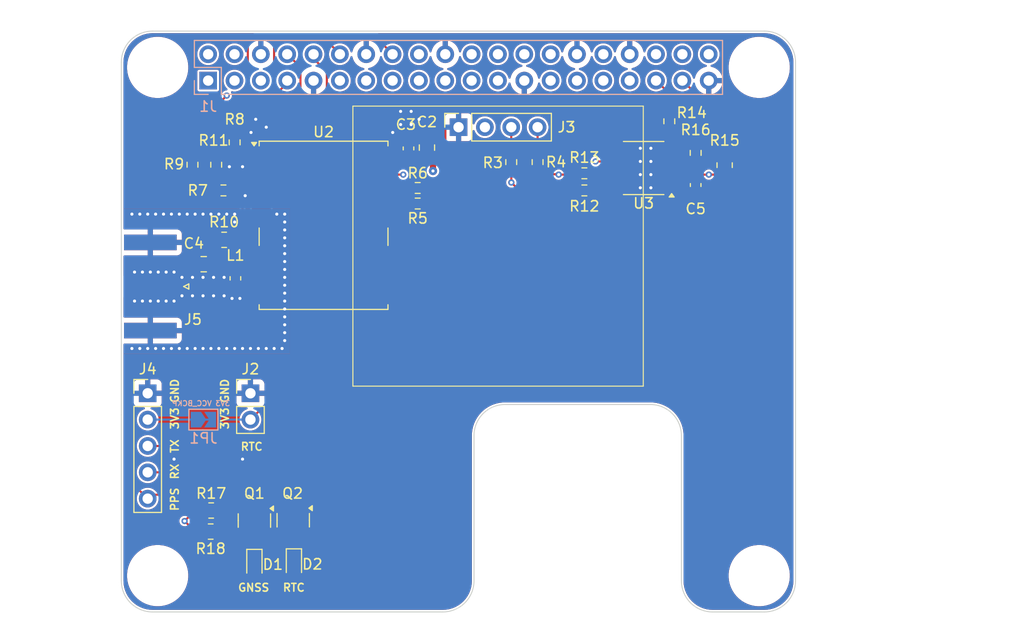
<source format=kicad_pcb>
(kicad_pcb (version 20241229) (generator "pcbnew") (generator_version "9.0")
  (title_block (date "15 nov 2012"))
  (layers (0 "F.Cu" signal) (4 "In1.Cu" signal) (6 "In2.Cu" signal) (2 "B.Cu" signal) (13 "F.Paste" user) (15 "B.Paste" user) (5 "F.SilkS" user "F.Silkscreen") (7 "B.SilkS" user "B.Silkscreen") (1 "F.Mask" user) (3 "B.Mask" user) (25 "Edge.Cuts" user))
  (net 0 "")
  (net 1 "GND")
  (net 2 "/GPIO17")
  (net 3 "/GPIO27")
  (net 4 "/GPIO22")
  (net 5 "/GPIO10{slash}SPI0.MOSI")
  (net 6 "/GPIO9{slash}SPI0.MISO")
  (net 7 "/GPIO25")
  (net 8 "/GPIO11{slash}SPI0.SCLK")
  (net 9 "/GPIO8{slash}SPI0.CE0")
  (net 10 "/GPIO7{slash}SPI0.CE1")
  (net 11 "/ID_SDA")
  (net 12 "/ID_SCL")
  (net 13 "/GPIO5")
  (net 14 "/GPIO6")
  (net 15 "/GPIO12{slash}PWM0")
  (net 16 "/GPIO13{slash}PWM1")
  (net 17 "/GPIO16")
  (net 18 "/GPIO20{slash}PCM.DIN")
  (net 19 "/GPIO21{slash}PCM.DOUT")
  (net 20 "+5V")
  (net 21 "UART_TX")
  (net 22 "+3.3V")
  (net 23 "UART_RX")
  (net 24 "SCL")
  (net 25 "SDA")
  (net 26 "PPS")
  (net 27 "VCC_BCKP")
  (net 28 "RESET")
  (net 29 "SAFEBOOT")
  (net 30 "EXTINT")
  (net 31 "PPS_RTC")
  (net 32 "RTC_RESET")
  (net 33 "Net-(D1-K)")
  (net 34 "Net-(D2-K)")
  (net 35 "Net-(C4-Pad1)")
  (net 36 "Net-(J3-Pin_3)")
  (net 37 "Net-(J3-Pin_4)")
  (net 38 "Net-(J5-In)")
  (net 39 "Net-(U2-TXD)")
  (net 40 "Net-(U2-RXD)")
  (net 41 "Net-(U2-EXTINT)")
  (net 42 "Net-(U2-SAFEBOOT_N)")
  (net 43 "Net-(U2-~{RESET})")
  (net 44 "Net-(U2-VCC_RF)")
  (net 45 "Net-(U2-TIMEPULSE)")
  (net 46 "Net-(U3-SCL)")
  (net 47 "Net-(U3-SDA)")
  (net 48 "Net-(U3-~{RST})")
  (net 49 "Net-(U3-~{INT}{slash}SQW)")
  (net 61 "Net-(D1-A)")
  (net 62 "Net-(D2-A)")
  (footprint "Connector_PinSocket_2.54mm:PinSocket_1x04_P2.54mm_Vertical" (layer "F.Cu") (at 132.512 53.264 90)
    (property "Reference" "J3" (at 0 10.414 180) (layer "F.SilkS"))
    (property "Value" "OLED")
    (pad "1" thru_hole rect (at 0 0 90) (size 1.7 1.7) (drill 1) (layers "*.Cu" "*.Mask") (net 1 "GND"))
    (pad "2" thru_hole oval (at 0 2.54 90) (size 1.7 1.7) (drill 1) (layers "*.Cu" "*.Mask") (net 22 "+3.3V"))
    (pad "3" thru_hole oval (at 0 5.08 90) (size 1.7 1.7) (drill 1) (layers "*.Cu" "*.Mask") (net 36 "Net-(J3-Pin_3)"))
    (pad "4" thru_hole oval (at 0 7.62 90) (size 1.7 1.7) (drill 1) (layers "*.Cu" "*.Mask") (net 37 "Net-(J3-Pin_4)"))
  )
  (footprint "Resistor_SMD:R_0805_2012Metric" (layer "F.Cu") (at 108.6595 90.221)
    (property "Reference" "R17" (at 0 -1.65 0) (layer "F.SilkS"))
    (property "Value" "1k")
    (pad "1" smd roundrect (at -0.9125 0) (size 1.025 1.4) (layers "F.Cu" "F.Mask" "F.Paste") (roundrect_rratio 0.243902) (net 22 "+3.3V"))
    (pad "2" smd roundrect (at 0.9125 0) (size 1.025 1.4) (layers "F.Cu" "F.Mask" "F.Paste") (roundrect_rratio 0.243902) (net 61 "Net-(D1-A)"))
  )
  (footprint "MountingHole:MountingHole_2.7mm_M2.5" (layer "F.Cu") (at 161.5 47.5)
    (property "Reference" "MH2" (hide yes))
    (property "Value" "MountingHole_2.7mm_M2.5" (hide yes))
    (pad "" np_thru_hole circle (at 0 0) (size 2.7 2.7) (drill 2.7) (layers "*.Cu" "*.Mask"))
  )
  (footprint "Resistor_SMD:R_0805_2012Metric" (layer "F.Cu") (at 108.6125 92.253)
    (property "Reference" "R18" (at 0 1.651 0) (layer "F.SilkS"))
    (property "Value" "1k")
    (pad "1" smd roundrect (at -0.9125 0) (size 1.025 1.4) (layers "F.Cu" "F.Mask" "F.Paste") (roundrect_rratio 0.243902) (net 22 "+3.3V"))
    (pad "2" smd roundrect (at 0.9125 0) (size 1.025 1.4) (layers "F.Cu" "F.Mask" "F.Paste") (roundrect_rratio 0.243902) (net 62 "Net-(D2-A)"))
  )
  (footprint "Resistor_SMD:R_0603_1608Metric" (layer "F.Cu") (at 140.132 56.629 -90)
    (property "Reference" "R4" (at 0 -1.778 0) (layer "F.SilkS"))
    (property "Value" "33")
    (pad "1" smd roundrect (at -0.825 0 270) (size 0.8 0.95) (layers "F.Cu" "F.Mask" "F.Paste") (net 37 "Net-(J3-Pin_4)"))
    (pad "2" smd roundrect (at 0.825 0 270) (size 0.8 0.95) (layers "F.Cu" "F.Mask" "F.Paste") (net 25 "SDA"))
  )
  (footprint "Resistor_SMD:R_0603_1608Metric" (layer "F.Cu") (at 155.372 55.741 -90)
    (property "Reference" "R16" (at -2.223 0 180) (layer "F.SilkS"))
    (property "Value" "33")
    (pad "1" smd roundrect (at -0.825 0 270) (size 0.8 0.95) (layers "F.Cu" "F.Mask" "F.Paste") (net 31 "PPS_RTC"))
    (pad "2" smd roundrect (at 0.825 0 270) (size 0.8 0.95) (layers "F.Cu" "F.Mask" "F.Paste") (net 49 "Net-(U3-~{INT}{slash}SQW)"))
  )
  (footprint "Resistor_SMD:R_0603_1608Metric" (layer "F.Cu") (at 137.592 56.629 90)
    (property "Reference" "R3" (at -0.063 -1.778 0) (layer "F.SilkS"))
    (property "Value" "33")
    (pad "1" smd roundrect (at -0.825 0 90) (size 0.8 0.95) (layers "F.Cu" "F.Mask" "F.Paste") (net 24 "SCL"))
    (pad "2" smd roundrect (at 0.825 0 90) (size 0.8 0.95) (layers "F.Cu" "F.Mask" "F.Paste") (net 36 "Net-(J3-Pin_3)"))
  )
  (footprint "Resistor_SMD:R_0603_1608Metric" (layer "F.Cu") (at 109.144 56.883 -90)
    (property "Reference" "R11" (at -2.349 0.254 180) (layer "F.SilkS"))
    (property "Value" "33")
    (pad "1" smd roundrect (at -0.825 0 270) (size 0.8 0.95) (layers "F.Cu" "F.Mask" "F.Paste") (net 26 "PPS"))
    (pad "2" smd roundrect (at 0.825 0 270) (size 0.8 0.95) (layers "F.Cu" "F.Mask" "F.Paste") (net 45 "Net-(U2-TIMEPULSE)"))
  )
  (footprint "Package_TO_SOT_SMD:SOT-23" (layer "F.Cu") (at 116.571 91.1585 -90)
    (property "Reference" "Q2" (at -2.5885 0.061 180) (layer "F.SilkS"))
    (property "Value" "BC846")
    (pad "1" smd roundrect (at -0.9375 -0.95 270) (size 1.475 0.6) (layers "F.Cu" "F.Mask" "F.Paste") (net 31 "PPS_RTC"))
    (pad "2" smd roundrect (at -0.9375 0.95 270) (size 1.475 0.6) (layers "F.Cu" "F.Mask" "F.Paste") (net 1 "GND"))
    (pad "3" smd roundrect (at 0.9375 0 270) (size 1.475 0.6) (layers "F.Cu" "F.Mask" "F.Paste") (net 34 "Net-(D2-K)"))
  )
  (footprint "RF_GPS:ublox_NEO" (layer "F.Cu") (at 119.496 62.724)
    (property "Reference" "U2" (at 0 -9 0) (layer "F.SilkS"))
    (property "Value" "NEO-F10T")
    (pad "1" smd roundrect (at -6 -7) (size 1.8 0.8) (layers "F.Cu" "F.Mask" "F.Paste") (net 42 "Net-(U2-SAFEBOOT_N)"))
    (pad "2" smd roundrect (at -6 -5.9) (size 1.8 0.8) (layers "F.Cu" "F.Mask" "F.Paste"))
    (pad "3" smd roundrect (at -6 -4.8) (size 1.8 0.8) (layers "F.Cu" "F.Mask" "F.Paste") (net 45 "Net-(U2-TIMEPULSE)"))
    (pad "4" smd roundrect (at -6 -3.7) (size 1.8 0.8) (layers "F.Cu" "F.Mask" "F.Paste") (net 41 "Net-(U2-EXTINT)"))
    (pad "5" smd roundrect (at -6 -2.6) (size 1.8 0.8) (layers "F.Cu" "F.Mask" "F.Paste"))
    (pad "6" smd roundrect (at -6 -1.5) (size 1.8 0.8) (layers "F.Cu" "F.Mask" "F.Paste"))
    (pad "7" smd roundrect (at -6 -0.4) (size 1.8 0.8) (layers "F.Cu" "F.Mask" "F.Paste"))
    (pad "8" smd roundrect (at -6 2.6) (size 1.8 0.8) (layers "F.Cu" "F.Mask" "F.Paste") (net 43 "Net-(U2-~{RESET})"))
    (pad "9" smd roundrect (at -6 3.7) (size 1.8 0.8) (layers "F.Cu" "F.Mask" "F.Paste") (net 44 "Net-(U2-VCC_RF)"))
    (pad "10" smd roundrect (at -6 4.8) (size 1.8 0.8) (layers "F.Cu" "F.Mask" "F.Paste") (net 1 "GND"))
    (pad "11" smd roundrect (at -6 5.9) (size 1.8 0.8) (layers "F.Cu" "F.Mask" "F.Paste") (net 38 "Net-(J5-In)"))
    (pad "12" smd roundrect (at -6 7) (size 1.8 0.8) (layers "F.Cu" "F.Mask" "F.Paste") (net 1 "GND"))
    (pad "13" smd roundrect (at 6 7) (size 1.8 0.8) (layers "F.Cu" "F.Mask" "F.Paste") (net 1 "GND"))
    (pad "14" smd roundrect (at 6 5.9) (size 1.8 0.8) (layers "F.Cu" "F.Mask" "F.Paste"))
    (pad "15" smd roundrect (at 6 4.8) (size 1.8 0.8) (layers "F.Cu" "F.Mask" "F.Paste"))
    (pad "16" smd roundrect (at 6 3.7) (size 1.8 0.8) (layers "F.Cu" "F.Mask" "F.Paste"))
    (pad "17" smd roundrect (at 6 2.6) (size 1.8 0.8) (layers "F.Cu" "F.Mask" "F.Paste"))
    (pad "18" smd roundrect (at 6 -0.4) (size 1.8 0.8) (layers "F.Cu" "F.Mask" "F.Paste"))
    (pad "19" smd roundrect (at 6 -1.5) (size 1.8 0.8) (layers "F.Cu" "F.Mask" "F.Paste"))
    (pad "20" smd roundrect (at 6 -2.6) (size 1.8 0.8) (layers "F.Cu" "F.Mask" "F.Paste") (net 39 "Net-(U2-TXD)"))
    (pad "21" smd roundrect (at 6 -3.7) (size 1.8 0.8) (layers "F.Cu" "F.Mask" "F.Paste") (net 40 "Net-(U2-RXD)"))
    (pad "22" smd roundrect (at 6 -4.8) (size 1.8 0.8) (layers "F.Cu" "F.Mask" "F.Paste") (net 27 "VCC_BCKP"))
    (pad "23" smd roundrect (at 6 -5.9) (size 1.8 0.8) (layers "F.Cu" "F.Mask" "F.Paste") (net 22 "+3.3V"))
    (pad "24" smd roundrect (at 6 -7) (size 1.8 0.8) (layers "F.Cu" "F.Mask" "F.Paste") (net 1 "GND"))
  )
  (footprint "Resistor_SMD:R_0805_2012Metric" (layer "F.Cu") (at 158.166 56.9235 -90)
    (property "Reference" "R15" (at -2.3895 0 180) (layer "F.SilkS"))
    (property "Value" "10k")
    (pad "1" smd roundrect (at -0.9125 0 270) (size 1.025 1.4) (layers "F.Cu" "F.Mask" "F.Paste") (roundrect_rratio 0.243902) (net 49 "Net-(U3-~{INT}{slash}SQW)"))
    (pad "2" smd roundrect (at 0.9125 0 270) (size 1.025 1.4) (layers "F.Cu" "F.Mask" "F.Paste") (roundrect_rratio 0.243902) (net 22 "+3.3V"))
  )
  (footprint "MountingHole:MountingHole_2.7mm_M2.5" (layer "F.Cu") (at 103.5 96.5)
    (property "Reference" "MH3" (hide yes))
    (property "Value" "MountingHole_2.7mm_M2.5" (hide yes))
    (pad "" np_thru_hole circle (at 0 0) (size 2.7 2.7) (drill 2.7) (layers "*.Cu" "*.Mask"))
  )
  (footprint "Capacitor_SMD:C_0603_1608Metric" (layer "F.Cu") (at 127.686 55.309 -90)
    (property "Reference" "C3" (at -2.299 0.254 180) (layer "F.SilkS"))
    (property "Value" "1u")
    (pad "1" smd roundrect (at -0.775 0 270) (size 0.9 0.95) (layers "F.Cu" "F.Mask" "F.Paste") (net 1 "GND"))
    (pad "2" smd roundrect (at 0.775 0 270) (size 0.9 0.95) (layers "F.Cu" "F.Mask" "F.Paste") (net 22 "+3.3V"))
  )
  (footprint "Capacitor_SMD:C_0805_2012Metric" (layer "F.Cu") (at 107.94 66.472 180)
    (property "Reference" "C4" (at 0.95 2 0) (layer "F.SilkS"))
    (property "Value" "10n")
    (pad "1" smd roundrect (at -0.95 0 180) (size 1 1.45) (layers "F.Cu" "F.Mask" "F.Paste") (net 35 "Net-(C4-Pad1)"))
    (pad "2" smd roundrect (at 0.95 0 180) (size 1 1.45) (layers "F.Cu" "F.Mask" "F.Paste") (net 1 "GND"))
  )
  (footprint "Resistor_SMD:R_0603_1608Metric" (layer "F.Cu") (at 110.922 54.725 -90)
    (property "Reference" "R8" (at -2.223 0 180) (layer "F.SilkS"))
    (property "Value" "33")
    (pad "1" smd roundrect (at -0.825 0 270) (size 0.8 0.95) (layers "F.Cu" "F.Mask" "F.Paste") (net 29 "SAFEBOOT"))
    (pad "2" smd roundrect (at 0.825 0 270) (size 0.8 0.95) (layers "F.Cu" "F.Mask" "F.Paste") (net 42 "Net-(U2-SAFEBOOT_N)"))
  )
  (footprint "Connector_PinHeader_2.54mm:PinHeader_1x02_P2.54mm_Vertical" (layer "F.Cu") (at 112.446 78.918)
    (property "Reference" "J2" (at 0 -2.33 0) (layer "F.SilkS"))
    (property "Value" "BCKP_PWR")
    (pad "1" thru_hole rect (at 0 0) (size 1.7 1.7) (drill 1) (layers "*.Cu" "*.Mask") (net 1 "GND"))
    (pad "2" thru_hole oval (at 0 2.54) (size 1.7 1.7) (drill 1) (layers "*.Cu" "*.Mask") (net 27 "VCC_BCKP"))
  )
  (footprint "MountingHole:MountingHole_2.7mm_M2.5" (layer "F.Cu") (at 103.5 47.5)
    (property "Reference" "MH1" (hide yes))
    (property "Value" "MountingHole_2.7mm_M2.5" (hide yes))
    (pad "" np_thru_hole circle (at 0 0) (size 2.7 2.7) (drill 2.7) (layers "*.Cu" "*.Mask"))
  )
  (footprint "Resistor_SMD:R_0603_1608Metric" (layer "F.Cu") (at 144.641 59.36)
    (property "Reference" "R12" (at 0 1.524 0) (layer "F.SilkS"))
    (property "Value" "33")
    (pad "1" smd roundrect (at -0.825 0) (size 0.8 0.95) (layers "F.Cu" "F.Mask" "F.Paste") (net 24 "SCL"))
    (pad "2" smd roundrect (at 0.825 0) (size 0.8 0.95) (layers "F.Cu" "F.Mask" "F.Paste") (net 46 "Net-(U3-SCL)"))
  )
  (footprint "Connector_PinHeader_2.54mm:PinHeader_1x05_P2.54mm_Vertical" (layer "F.Cu") (at 102.54 78.918)
    (property "Reference" "J4" (at 0 -2.33 0) (layer "F.SilkS"))
    (property "Value" "EXTERNAL")
    (pad "1" thru_hole rect (at 0 0) (size 1.7 1.7) (drill 1) (layers "*.Cu" "*.Mask") (net 1 "GND"))
    (pad "2" thru_hole oval (at 0 2.54) (size 1.7 1.7) (drill 1) (layers "*.Cu" "*.Mask") (net 22 "+3.3V"))
    (pad "3" thru_hole oval (at 0 5.08) (size 1.7 1.7) (drill 1) (layers "*.Cu" "*.Mask") (net 21 "UART_TX"))
    (pad "4" thru_hole oval (at 0 7.62) (size 1.7 1.7) (drill 1) (layers "*.Cu" "*.Mask") (net 23 "UART_RX"))
    (pad "5" thru_hole oval (at 0 10.16) (size 1.7 1.7) (drill 1) (layers "*.Cu" "*.Mask") (net 26 "PPS"))
  )
  (footprint "Capacitor_SMD:C_0805_2012Metric" (layer "F.Cu") (at 129.464 55.23 -90)
    (property "Reference" "C2" (at -2.474 0 180) (layer "F.SilkS"))
    (property "Value" "22u")
    (pad "1" smd roundrect (at -0.95 0 270) (size 1 1.45) (layers "F.Cu" "F.Mask" "F.Paste") (net 1 "GND"))
    (pad "2" smd roundrect (at 0.95 0 270) (size 1 1.45) (layers "F.Cu" "F.Mask" "F.Paste") (net 22 "+3.3V"))
  )
  (footprint "Resistor_SMD:R_0603_1608Metric" (layer "F.Cu") (at 152.832 52.693 90)
    (property "Reference" "R14" (at 0.826 2.159 180) (layer "F.SilkS"))
    (property "Value" "33")
    (pad "1" smd roundrect (at -0.825 0 90) (size 0.8 0.95) (layers "F.Cu" "F.Mask" "F.Paste") (net 48 "Net-(U3-~{RST})"))
    (pad "2" smd roundrect (at 0.825 0 90) (size 0.8 0.95) (layers "F.Cu" "F.Mask" "F.Paste") (net 32 "RTC_RESET"))
  )
  (footprint "Inductor_SMD:L_0603_1608Metric" (layer "F.Cu") (at 110.996 67.8365 -90)
    (property "Reference" "L1" (at -2.2125 0 180) (layer "F.SilkS"))
    (property "Value" "47n")
    (pad "1" smd roundrect (at -0.7875 0 270) (size 0.875 0.95) (layers "F.Cu" "F.Mask" "F.Paste") (net 35 "Net-(C4-Pad1)"))
    (pad "2" smd roundrect (at 0.7875 0 270) (size 0.875 0.95) (layers "F.Cu" "F.Mask" "F.Paste") (net 38 "Net-(J5-In)"))
  )
  (footprint "Resistor_SMD:R_0603_1608Metric" (layer "F.Cu") (at 144.641 57.709 180)
    (property "Reference" "R13" (at 0 1.524 0) (layer "F.SilkS"))
    (property "Value" "33")
    (pad "1" smd roundrect (at -0.825 0 180) (size 0.8 0.95) (layers "F.Cu" "F.Mask" "F.Paste") (net 47 "Net-(U3-SDA)"))
    (pad "2" smd roundrect (at 0.825 0 180) (size 0.8 0.95) (layers "F.Cu" "F.Mask" "F.Paste") (net 25 "SDA"))
  )
  (footprint "Package_SO:SOIC-8_3.9x4.9mm_P1.27mm" (layer "F.Cu") (at 150.357 57.201 180)
    (property "Reference" "U3" (at 0 -3.4 0) (layer "F.SilkS"))
    (property "Value" "DS3231MZ")
    (pad "1" smd roundrect (at -2.475 -1.905 180) (size 1.95 0.6) (layers "F.Cu" "F.Mask" "F.Paste"))
    (pad "2" smd roundrect (at -2.475 -0.635 180) (size 1.95 0.6) (layers "F.Cu" "F.Mask" "F.Paste") (net 22 "+3.3V"))
    (pad "3" smd roundrect (at -2.475 0.635 180) (size 1.95 0.6) (layers "F.Cu" "F.Mask" "F.Paste") (net 49 "Net-(U3-~{INT}{slash}SQW)"))
    (pad "4" smd roundrect (at -2.475 1.905 180) (size 1.95 0.6) (layers "F.Cu" "F.Mask" "F.Paste") (net 48 "Net-(U3-~{RST})"))
    (pad "5" smd roundrect (at 2.475 1.905 180) (size 1.95 0.6) (layers "F.Cu" "F.Mask" "F.Paste") (net 1 "GND"))
    (pad "6" smd roundrect (at 2.475 0.635 180) (size 1.95 0.6) (layers "F.Cu" "F.Mask" "F.Paste") (net 27 "VCC_BCKP"))
    (pad "7" smd roundrect (at 2.475 -0.635 180) (size 1.95 0.6) (layers "F.Cu" "F.Mask" "F.Paste") (net 47 "Net-(U3-SDA)"))
    (pad "8" smd roundrect (at 2.475 -1.905 180) (size 1.95 0.6) (layers "F.Cu" "F.Mask" "F.Paste") (net 46 "Net-(U3-SCL)"))
  )
  (footprint "MountingHole:MountingHole_2.7mm_M2.5" (layer "F.Cu") (at 161.5 96.5)
    (property "Reference" "MH4" (hide yes))
    (property "Value" "MountingHole_2.7mm_M2.5" (hide yes))
    (pad "" np_thru_hole circle (at 0 0) (size 2.7 2.7) (drill 2.7) (layers "*.Cu" "*.Mask"))
  )
  (footprint "LED_SMD:LED_0603_1608Metric" (layer "F.Cu") (at 116.637 95.4025 -90)
    (property "Reference" "D2" (at 0 -1.778 180) (layer "F.SilkS"))
    (property "Value" "LED")
    (pad "1" smd roundrect (at -0.7875 0 270) (size 0.875 0.95) (layers "F.Cu" "F.Mask" "F.Paste") (net 34 "Net-(D2-K)"))
    (pad "2" smd roundrect (at 0.7875 0 270) (size 0.875 0.95) (layers "F.Cu" "F.Mask" "F.Paste") (net 62 "Net-(D2-A)"))
  )
  (footprint "Package_TO_SOT_SMD:SOT-23" (layer "F.Cu") (at 112.827 91.1885 -90)
    (property "Reference" "Q1" (at -2.6185 0 180) (layer "F.SilkS"))
    (property "Value" "BC846")
    (pad "1" smd roundrect (at -0.9375 -0.95 270) (size 1.475 0.6) (layers "F.Cu" "F.Mask" "F.Paste") (net 26 "PPS"))
    (pad "2" smd roundrect (at -0.9375 0.95 270) (size 1.475 0.6) (layers "F.Cu" "F.Mask" "F.Paste") (net 1 "GND"))
    (pad "3" smd roundrect (at 0.9375 0 270) (size 1.475 0.6) (layers "F.Cu" "F.Mask" "F.Paste") (net 33 "Net-(D1-K)"))
  )
  (footprint "LED_SMD:LED_0603_1608Metric" (layer "F.Cu") (at 112.827 95.4535 -90)
    (property "Reference" "D1" (at -0.0255 -1.778 180) (layer "F.SilkS"))
    (property "Value" "LED")
    (pad "1" smd roundrect (at -0.7875 0 270) (size 0.875 0.95) (layers "F.Cu" "F.Mask" "F.Paste") (net 33 "Net-(D1-K)"))
    (pad "2" smd roundrect (at 0.7875 0 270) (size 0.875 0.95) (layers "F.Cu" "F.Mask" "F.Paste") (net 61 "Net-(D1-A)"))
  )
  (footprint "Resistor_SMD:R_0603_1608Metric" (layer "F.Cu") (at 128.571 59.124)
    (property "Reference" "R6" (at 0 -1.43 0) (layer "F.SilkS"))
    (property "Value" "33")
    (pad "1" smd roundrect (at -0.825 0) (size 0.8 0.95) (layers "F.Cu" "F.Mask" "F.Paste") (net 40 "Net-(U2-RXD)"))
    (pad "2" smd roundrect (at 0.825 0) (size 0.8 0.95) (layers "F.Cu" "F.Mask" "F.Paste") (net 21 "UART_TX"))
  )
  (footprint "Resistor_SMD:R_0603_1608Metric" (layer "F.Cu") (at 128.571 60.624 180)
    (property "Reference" "R5" (at 0 -1.43 0) (layer "F.SilkS"))
    (property "Value" "33")
    (pad "1" smd roundrect (at -0.825 0 180) (size 0.8 0.95) (layers "F.Cu" "F.Mask" "F.Paste") (net 23 "UART_RX"))
    (pad "2" smd roundrect (at 0.825 0 180) (size 0.8 0.95) (layers "F.Cu" "F.Mask" "F.Paste") (net 39 "Net-(U2-TXD)"))
  )
  (footprint "Resistor_SMD:R_0805_2012Metric" (layer "F.Cu") (at 109.9085 64.124 180)
    (property "Reference" "R10" (at 0.0025 1.716 0) (layer "F.SilkS"))
    (property "Value" "10")
    (pad "1" smd roundrect (at -0.9125 0 180) (size 1.025 1.4) (layers "F.Cu" "F.Mask" "F.Paste") (roundrect_rratio 0.243902) (net 44 "Net-(U2-VCC_RF)"))
    (pad "2" smd roundrect (at 0.9125 0 180) (size 1.025 1.4) (layers "F.Cu" "F.Mask" "F.Paste") (roundrect_rratio 0.243902) (net 35 "Net-(C4-Pad1)"))
  )
  (footprint "Resistor_SMD:R_0603_1608Metric" (layer "F.Cu") (at 106.858 56.883 90)
    (property "Reference" "R9" (at 0.063 -1.778 180) (layer "F.SilkS"))
    (property "Value" "33")
    (pad "1" smd roundrect (at -0.825 0 90) (size 0.8 0.95) (layers "F.Cu" "F.Mask" "F.Paste") (net 43 "Net-(U2-~{RESET})"))
    (pad "2" smd roundrect (at 0.825 0 90) (size 0.8 0.95) (layers "F.Cu" "F.Mask" "F.Paste") (net 28 "RESET"))
  )
  (footprint "Connector_Coaxial:SMA_Amphenol_132289_EdgeMount" (layer "F.Cu") (at 102.794 68.624 180)
    (property "Reference" "J5" (at -4.108 -3.182 180) (layer "F.SilkS"))
    (property "Value" "SMA")
    (pad "1" smd rect (at 0 0 270) (size 1.5 5.08) (layers "F.Cu" "F.Mask" "F.Paste") (net 38 "Net-(J5-In)"))
    (pad "2" smd rect (at 0 -4.25 270) (size 1.5 5.08) (layers "F.Cu" "F.Mask" "F.Paste") (net 1 "GND"))
    (pad "2" smd rect (at 0 -4.25 270) (size 1.5 5.08) (layers "B.Cu" "B.Mask" "B.Paste") (net 1 "GND"))
    (pad "2" smd rect (at 0 4.25 270) (size 1.5 5.08) (layers "F.Cu" "F.Mask" "F.Paste") (net 1 "GND"))
    (pad "2" smd rect (at 0 4.25 270) (size 1.5 5.08) (layers "B.Cu" "B.Mask" "B.Paste") (net 1 "GND"))
  )
  (footprint "Resistor_SMD:R_0603_1608Metric" (layer "F.Cu") (at 109.843 59.36)
    (property "Reference" "R7" (at -2.477 0 0) (layer "F.SilkS"))
    (property "Value" "33")
    (pad "1" smd roundrect (at -0.825 0) (size 0.8 0.95) (layers "F.Cu" "F.Mask" "F.Paste") (net 30 "EXTINT"))
    (pad "2" smd roundrect (at 0.825 0) (size 0.8 0.95) (layers "F.Cu" "F.Mask" "F.Paste") (net 41 "Net-(U2-EXTINT)"))
  )
  (footprint "Capacitor_SMD:C_0603_1608Metric" (layer "F.Cu") (at 155.372 58.839 -90)
    (property "Reference" "C5" (at 2.299 0 180) (layer "F.SilkS"))
    (property "Value" "1u")
    (pad "1" smd roundrect (at -0.775 0 270) (size 0.9 0.95) (layers "F.Cu" "F.Mask" "F.Paste") (net 22 "+3.3V"))
    (pad "2" smd roundrect (at 0.775 0 270) (size 0.9 0.95) (layers "F.Cu" "F.Mask" "F.Paste") (net 1 "GND"))
  )
  (footprint "Connector_PinSocket_2.54mm:PinSocket_2x20_P2.54mm_Vertical" (layer "B.Cu") (at 108.37 48.77 -90)
    (property "Reference" "J1" (at 2.5 0 0) (layer "B.SilkS") (effects (justify mirror)))
    (property "Value" "GPIO")
    (pad "1" thru_hole rect (at 0 0 270) (size 1.7 1.7) (drill 1) (layers "*.Cu" "*.Mask") (net 22 "+3.3V"))
    (pad "2" thru_hole oval (at -2.54 0 270) (size 1.7 1.7) (drill 1) (layers "*.Cu" "*.Mask") (net 20 "+5V"))
    (pad "3" thru_hole oval (at 0 -2.54 270) (size 1.7 1.7) (drill 1) (layers "*.Cu" "*.Mask") (net 25 "SDA"))
    (pad "4" thru_hole oval (at -2.54 -2.54 270) (size 1.7 1.7) (drill 1) (layers "*.Cu" "*.Mask") (net 20 "+5V"))
    (pad "5" thru_hole oval (at 0 -5.08 270) (size 1.7 1.7) (drill 1) (layers "*.Cu" "*.Mask") (net 24 "SCL"))
    (pad "6" thru_hole oval (at -2.54 -5.08 270) (size 1.7 1.7) (drill 1) (layers "*.Cu" "*.Mask") (net 1 "GND"))
    (pad "7" thru_hole oval (at 0 -7.62 270) (size 1.7 1.7) (drill 1) (layers "*.Cu" "*.Mask") (net 26 "PPS"))
    (pad "8" thru_hole oval (at -2.54 -7.62 270) (size 1.7 1.7) (drill 1) (layers "*.Cu" "*.Mask") (net 21 "UART_TX"))
    (pad "9" thru_hole oval (at 0 -10.16 270) (size 1.7 1.7) (drill 1) (layers "*.Cu" "*.Mask") (net 1 "GND"))
    (pad "10" thru_hole oval (at -2.54 -10.16 270) (size 1.7 1.7) (drill 1) (layers "*.Cu" "*.Mask") (net 23 "UART_RX"))
    (pad "11" thru_hole oval (at 0 -12.7 270) (size 1.7 1.7) (drill 1) (layers "*.Cu" "*.Mask") (net 2 "/GPIO17"))
    (pad "12" thru_hole oval (at -2.54 -12.7 270) (size 1.7 1.7) (drill 1) (layers "*.Cu" "*.Mask") (net 29 "SAFEBOOT"))
    (pad "13" thru_hole oval (at 0 -15.24 270) (size 1.7 1.7) (drill 1) (layers "*.Cu" "*.Mask") (net 3 "/GPIO27"))
    (pad "14" thru_hole oval (at -2.54 -15.24 270) (size 1.7 1.7) (drill 1) (layers "*.Cu" "*.Mask") (net 1 "GND"))
    (pad "15" thru_hole oval (at 0 -17.78 270) (size 1.7 1.7) (drill 1) (layers "*.Cu" "*.Mask") (net 4 "/GPIO22"))
    (pad "16" thru_hole oval (at -2.54 -17.78 270) (size 1.7 1.7) (drill 1) (layers "*.Cu" "*.Mask") (net 30 "EXTINT"))
    (pad "17" thru_hole oval (at 0 -20.32 270) (size 1.7 1.7) (drill 1) (layers "*.Cu" "*.Mask") (net 22 "+3.3V"))
    (pad "18" thru_hole oval (at -2.54 -20.32 270) (size 1.7 1.7) (drill 1) (layers "*.Cu" "*.Mask") (net 28 "RESET"))
    (pad "19" thru_hole oval (at 0 -22.86 270) (size 1.7 1.7) (drill 1) (layers "*.Cu" "*.Mask") (net 5 "/GPIO10{slash}SPI0.MOSI"))
    (pad "20" thru_hole oval (at -2.54 -22.86 270) (size 1.7 1.7) (drill 1) (layers "*.Cu" "*.Mask") (net 1 "GND"))
    (pad "21" thru_hole oval (at 0 -25.4 270) (size 1.7 1.7) (drill 1) (layers "*.Cu" "*.Mask") (net 6 "/GPIO9{slash}SPI0.MISO"))
    (pad "22" thru_hole oval (at -2.54 -25.4 270) (size 1.7 1.7) (drill 1) (layers "*.Cu" "*.Mask") (net 7 "/GPIO25"))
    (pad "23" thru_hole oval (at 0 -27.94 270) (size 1.7 1.7) (drill 1) (layers "*.Cu" "*.Mask") (net 8 "/GPIO11{slash}SPI0.SCLK"))
    (pad "24" thru_hole oval (at -2.54 -27.94 270) (size 1.7 1.7) (drill 1) (layers "*.Cu" "*.Mask") (net 9 "/GPIO8{slash}SPI0.CE0"))
    (pad "25" thru_hole oval (at 0 -30.48 270) (size 1.7 1.7) (drill 1) (layers "*.Cu" "*.Mask") (net 1 "GND"))
    (pad "26" thru_hole oval (at -2.54 -30.48 270) (size 1.7 1.7) (drill 1) (layers "*.Cu" "*.Mask") (net 10 "/GPIO7{slash}SPI0.CE1"))
    (pad "27" thru_hole oval (at 0 -33.02 270) (size 1.7 1.7) (drill 1) (layers "*.Cu" "*.Mask") (net 11 "/ID_SDA"))
    (pad "28" thru_hole oval (at -2.54 -33.02 270) (size 1.7 1.7) (drill 1) (layers "*.Cu" "*.Mask") (net 12 "/ID_SCL"))
    (pad "29" thru_hole oval (at 0 -35.56 270) (size 1.7 1.7) (drill 1) (layers "*.Cu" "*.Mask") (net 13 "/GPIO5"))
    (pad "30" thru_hole oval (at -2.54 -35.56 270) (size 1.7 1.7) (drill 1) (layers "*.Cu" "*.Mask") (net 1 "GND"))
    (pad "31" thru_hole oval (at 0 -38.1 270) (size 1.7 1.7) (drill 1) (layers "*.Cu" "*.Mask") (net 14 "/GPIO6"))
    (pad "32" thru_hole oval (at -2.54 -38.1 270) (size 1.7 1.7) (drill 1) (layers "*.Cu" "*.Mask") (net 15 "/GPIO12{slash}PWM0"))
    (pad "33" thru_hole oval (at 0 -40.64 270) (size 1.7 1.7) (drill 1) (layers "*.Cu" "*.Mask") (net 16 "/GPIO13{slash}PWM1"))
    (pad "34" thru_hole oval (at -2.54 -40.64 270) (size 1.7 1.7) (drill 1) (layers "*.Cu" "*.Mask") (net 1 "GND"))
    (pad "35" thru_hole oval (at 0 -43.18 270) (size 1.7 1.7) (drill 1) (layers "*.Cu" "*.Mask") (net 32 "RTC_RESET"))
    (pad "36" thru_hole oval (at -2.54 -43.18 270) (size 1.7 1.7) (drill 1) (layers "*.Cu" "*.Mask") (net 17 "/GPIO16"))
    (pad "37" thru_hole oval (at 0 -45.72 270) (size 1.7 1.7) (drill 1) (layers "*.Cu" "*.Mask") (net 31 "PPS_RTC"))
    (pad "38" thru_hole oval (at -2.54 -45.72 270) (size 1.7 1.7) (drill 1) (layers "*.Cu" "*.Mask") (net 18 "/GPIO20{slash}PCM.DIN"))
    (pad "39" thru_hole oval (at 0 -48.26 270) (size 1.7 1.7) (drill 1) (layers "*.Cu" "*.Mask") (net 1 "GND"))
    (pad "40" thru_hole oval (at -2.54 -48.26 270) (size 1.7 1.7) (drill 1) (layers "*.Cu" "*.Mask") (net 19 "/GPIO21{slash}PCM.DOUT"))
  )
  (footprint "Jumper:SolderJumper-2_P1.3mm_Open_TrianglePad1.0x1.5mm" (layer "B.Cu") (at 107.911 81.458)
    (property "Reference" "JP1" (at 0 1.8 0) (layer "B.SilkS") (effects (justify mirror)))
    (property "Value" "VCC_BCPK_JMPR")
    (pad "1" smd custom (at -0.725 0) (size 0.3 0.3) (layers "B.Cu" "B.Mask") (net 22 "+3.3V") (options (clearance outline) (anchor rect)) (primitives (gr_poly (pts (xy 1 0) (xy 0.5 -0.75) (xy -0.5 -0.75) (xy -0.5 0.75) (xy 0.5 0.75)) (width 0) (fill yes))))
    (pad "2" smd custom (at 0.725 0) (size 0.3 0.3) (layers "B.Cu" "B.Mask") (net 27 "VCC_BCKP") (options (clearance outline) (anchor rect)) (primitives (gr_poly (pts (xy 0.5 -0.75) (xy -0.65 -0.75) (xy -0.15 0) (xy -0.65 0.75) (xy 0.5 0.75)) (width 0) (fill yes))))
  )
  (gr_line (start 122.322 51.232) (end 150.322 51.232) (stroke (width 0.1)) (layer "F.SilkS"))
  (gr_line (start 150.322 78.232) (end 122.322 78.232) (stroke (width 0.1)) (layer "F.SilkS"))
  (gr_line (start 122.322 78.232) (end 122.322 51.232) (stroke (width 0.1)) (layer "F.SilkS"))
  (gr_line (start 150.322 51.232) (end 150.322 78.232) (stroke (width 0.1)) (layer "F.SilkS"))
  (gr_arc (start 162 44) (mid 164.12132 44.87868) (end 165 47) (stroke (width 0.1)) (layer "Edge.Cuts"))
  (gr_line (start 165 97) (end 165 47) (stroke (width 0.1)) (layer "Edge.Cuts"))
  (gr_line (start 100 47) (end 100 81) (stroke (width 0.1)) (layer "Edge.Cuts"))
  (gr_line (start 134 97) (end 134 83) (stroke (width 0.1)) (layer "Edge.Cuts"))
  (gr_arc (start 103 100) (mid 100.87868 99.12132) (end 100 97) (stroke (width 0.1)) (layer "Edge.Cuts"))
  (gr_line (start 103 100) (end 131 100) (stroke (width 0.1)) (layer "Edge.Cuts"))
  (gr_arc (start 134 83) (mid 134.87868 80.87868) (end 137 80) (stroke (width 0.1)) (layer "Edge.Cuts"))
  (gr_arc (start 134 97) (mid 133.12132 99.12132) (end 131 100) (stroke (width 0.1)) (layer "Edge.Cuts"))
  (gr_line (start 157 100) (end 162 100) (stroke (width 0.1)) (layer "Edge.Cuts"))
  (gr_arc (start 165 97) (mid 164.12132 99.12132) (end 162 100) (stroke (width 0.1)) (layer "Edge.Cuts"))
  (gr_arc (start 157 100) (mid 154.87868 99.12132) (end 154 97) (stroke (width 0.1)) (layer "Edge.Cuts"))
  (gr_arc (start 100 47) (mid 100.87868 44.87868) (end 103 44) (stroke (width 0.1)) (layer "Edge.Cuts"))
  (gr_line (start 137 80) (end 151 80) (stroke (width 0.1)) (layer "Edge.Cuts"))
  (gr_arc (start 151 80) (mid 153.12132 80.87868) (end 154 83) (stroke (width 0.1)) (layer "Edge.Cuts"))
  (gr_line (start 100 81) (end 100 97) (stroke (width 0.1)) (layer "Edge.Cuts"))
  (gr_line (start 154 97) (end 154 83) (stroke (width 0.1)) (layer "Edge.Cuts"))
  (gr_line (start 162 44) (end 103 44) (stroke (width 0.1)) (layer "Edge.Cuts"))
  (gr_text "GNSS" (at 111.176 98.095 0) (layer "F.SilkS") (effects (font (size 0.75 0.75) (thickness 0.15) (bold yes)) (justify left bottom)))
  (gr_text "3V3" (at 110.414 82.474 90) (layer "F.SilkS") (effects (font (size 0.75 0.75) (thickness 0.15) (bold yes)) (justify left bottom)))
  (gr_text "RTC\n" (at 111.43 84.506 0) (layer "F.SilkS") (effects (font (size 0.75 0.75) (thickness 0.15) (bold yes)) (justify left bottom)))
  (gr_text "RTC" (at 115.494 98.095 0) (layer "F.SilkS") (effects (font (size 0.75 0.75) (thickness 0.15) (bold yes)) (justify left bottom)))
  (gr_text "GND" (at 105.588 79.934 90) (layer "F.SilkS") (effects (font (size 0.75 0.75) (thickness 0.15) (bold yes)) (justify left bottom)))
  (gr_text "PPS" (at 105.588 90.348 90) (layer "F.SilkS") (effects (font (size 0.75 0.75) (thickness 0.15) (bold yes)) (justify left bottom)))
  (gr_text "GND" (at 110.414 79.934 90) (layer "F.SilkS") (effects (font (size 0.75 0.75) (thickness 0.15) (bold yes)) (justify left bottom)))
  (gr_text "TX\n" (at 105.588 84.76 90) (layer "F.SilkS") (effects (font (size 0.75 0.75) (thickness 0.15) (bold yes)) (justify left bottom)))
  (gr_text "3V3" (at 105.588 82.474 90) (layer "F.SilkS") (effects (font (size 0.75 0.75) (thickness 0.15) (bold yes)) (justify left bottom)))
  (gr_text "RX\n" (at 105.588 87.3 90) (layer "F.SilkS") (effects (font (size 0.75 0.75) (thickness 0.15) (bold yes)) (justify left bottom)))
  (gr_text "3V3 VCC_BCKP" (at 104.826 80.188 0) (layer "B.SilkS") (effects (font (size 0.5 0.5) (thickness 0.1) (bold yes)) (justify right bottom mirror)))
  (via (at 114.986 61.646) (size 0.6) (drill 0.3) (layers "F.Cu" "B.Cu") (net 1))
  (via (at 107.874 67.742) (size 0.6) (drill 0.3) (layers "F.Cu" "B.Cu") (net 1))
  (via (at 111.43 69.774) (size 0.6) (drill 0.3) (layers "F.Cu" "B.Cu") (net 1))
  (via (at 126.924 51.74) (size 0.6) (drill 0.3) (layers "F.Cu" "B.Cu") (net 1))
  (via (at 109.398 61.646) (size 0.6) (drill 0.3) (layers "F.Cu" "B.Cu") (net 1))
  (via (at 128.702 52.502) (size 0.6) (drill 0.3) (layers "F.Cu" "B.Cu") (net 1))
  (via (at 110.414 57.074) (size 0.6) (drill 0.3) (layers "F.Cu" "B.Cu") (net 1))
  (via (at 105.08 70.028) (size 0.6) (drill 0.3) (layers "F.Cu" "B.Cu") (net 1))
  (via (at 111.684 74.6) (size 0.6) (drill 0.3) (layers "F.Cu" "B.Cu") (net 1))
  (via (at 111.684 85.268) (size 0.6) (drill 0.3) (layers "F.Cu" "B.Cu") (net 1))
  (via (at 101.27 67.234) (size 0.6) (drill 0.3) (layers "F.Cu" "B.Cu") (net 1))
  (via (at 105.842 67.742) (size 0.6) (drill 0.3) (layers "F.Cu" "B.Cu") (net 1))
  (via (at 109.906 67.742) (size 0.6) (drill 0.3) (layers "F.Cu" "B.Cu") (net 1))
  (via (at 151.054 57.836) (size 0.6) (drill 0.3) (layers "F.Cu" "B.Cu") (net 1))
  (via (at 115.748 72.314) (size 0.6) (drill 0.3) (layers "F.Cu" "B.Cu") (net 1))
  (via (at 101.016 74.6) (size 0.6) (drill 0.3) (layers "F.Cu" "B.Cu") (net 1))
  (via (at 109.398 74.6) (size 0.6) (drill 0.3) (layers "F.Cu" "B.Cu") (net 1))
  (via (at 104.826 74.6) (size 0.6) (drill 0.3) (layers "F.Cu" "B.Cu") (net 1))
  (via (at 102.54 61.646) (size 0.6) (drill 0.3) (layers "F.Cu" "B.Cu") (net 1))
  (via (at 115.748 70.79) (size 0.6) (drill 0.3) (layers "F.Cu" "B.Cu") (net 1))
  (via (at 101.27 70.028) (size 0.6) (drill 0.3) (layers "F.Cu" "B.Cu") (net 1))
  (via (at 115.748 73.838) (size 0.6) (drill 0.3) (layers "F.Cu" "B.Cu") (net 1))
  (via (at 115.748 66.218) (size 0.6) (drill 0.3) (layers "F.Cu" "B.Cu") (net 1))
  (via (at 151.054 56.566) (size 0.6) (drill 0.3) (layers "F.Cu" "B.Cu") (net 1))
  (via (at 106.35 61.646) (size 0.6) (drill 0.3) (layers "F.Cu" "B.Cu") (net 1))
  (via (at 112.5 53.772) (size 0.6) (drill 0.3) (layers "F.Cu" "B.Cu") (net 1))
  (via (at 108.89 67.742) (size 0.6) (drill 0.3) (layers "F.Cu" "B.Cu") (net 1))
  (via (at 115.748 61.646) (size 0.6) (drill 0.3) (layers "F.Cu" "B.Cu") (net 1))
  (via (at 151.054 59.106) (size 0.6) (drill 0.3) (layers "F.Cu" "B.Cu") (net 1))
  (via (at 105.08 85.268) (size 0.6) (drill 0.3) (layers "F.Cu" "B.Cu") (net 1))
  (via (at 115.748 63.17) (size 0.6) (drill 0.3) (layers "F.Cu" "B.Cu") (net 1))
  (via (at 115.494 74.6) (size 0.6) (drill 0.3) (layers "F.Cu" "B.Cu") (net 1))
  (via (at 105.588 74.6) (size 0.6) (drill 0.3) (layers "F.Cu" "B.Cu") (net 1))
  (via (at 106.858 67.742) (size 0.6) (drill 0.3) (layers "F.Cu" "B.Cu") (net 1))
  (via (at 101.778 74.6) (size 0.6) (drill 0.3) (layers "F.Cu" "B.Cu") (net 1))
  (via (at 105.842 69.52) (size 0.6) (drill 0.3) (layers "F.Cu" "B.Cu") (net 1))
  (via (at 109.906 69.52) (size 0.6) (drill 0.3) (layers "F.Cu" "B.Cu") (net 1))
  (via (at 115.748 70.028) (size 0.6) (drill 0.3) (layers "F.Cu" "B.Cu") (net 1))
  (via (at 106.858 69.52) (size 0.6) (drill 0.3) (layers "F.Cu" "B.Cu") (net 1))
  (via (at 150.038 56.566) (size 0.6) (drill 0.3) (layers "F.Cu" "B.Cu") (net 1))
  (via (at 102.032 67.234) (size 0.6) (drill 0.3) (layers "F.Cu" "B.Cu") (net 1))
  (via (at 115.748 64.694) (size 0.6) (drill 0.3) (layers "F.Cu" "B.Cu") (net 1))
  (via (at 115.748 67.742) (size 0.6) (drill 0.3) (layers "F.Cu" "B.Cu") (net 1))
  (via (at 108.636 61.646) (size 0.6) (drill 0.3) (layers "F.Cu" "B.Cu") (net 1))
  (via (at 102.794 70.028) (size 0.6) (drill 0.3) (layers "F.Cu" "B.Cu") (net 1))
  (via (at 112.446 74.6) (size 0.6) (drill 0.3) (layers "F.Cu" "B.Cu") (net 1))
  (via (at 110.16 74.6) (size 0.6) (drill 0.3) (layers "F.Cu" "B.Cu") (net 1))
  (via (at 104.064 74.6) (size 0.6) (drill 0.3) (layers "F.Cu" "B.Cu") (net 1))
  (via (at 106.35 74.6) (size 0.6) (drill 0.3) (layers "F.Cu" "B.Cu") (net 1))
  (via (at 111.938 59.868) (size 0.6) (drill 0.3) (layers "F.Cu" "B.Cu") (net 1))
  (via (at 104.064 61.646) (size 0.6) (drill 0.3) (layers "F.Cu" "B.Cu") (net 1))
  (via (at 114.732 74.6) (size 0.6) (drill 0.3) (layers "F.Cu" "B.Cu") (net 1))
  (via (at 110.668 69.774) (size 0.6) (drill 0.3) (layers "F.Cu" "B.Cu") (net 1))
  (via (at 102.54 74.6) (size 0.6) (drill 0.3) (layers "F.Cu" "B.Cu") (net 1))
  (via (at 115.748 66.98) (size 0.6) (drill 0.3) (layers "F.Cu" "B.Cu") (net 1))
  (via (at 150.038 55.296) (size 0.6) (drill 0.3) (layers "F.Cu" "B.Cu") (net 1))
  (via (at 111.684 57.074) (size 0.6) (drill 0.3) (layers "F.Cu" "B.Cu") (net 1))
  (via (at 115.748 71.552) (size 0.6) (drill 0.3) (layers "F.Cu" "B.Cu") (net 1))
  (via (at 103.556 70.028) (size 0.6) (drill 0.3) (layers "F.Cu" "B.Cu") (net 1))
  (via (at 105.588 61.646) (size 0.6) (drill 0.3) (layers "F.Cu" "B.Cu") (net 1))
  (via (at 110.922 62.408) (size 0.6) (drill 0.3) (layers "F.Cu" "B.Cu") (net 1))
  (via (at 105.08 67.234) (size 0.6) (drill 0.3) (layers "F.Cu" "B.Cu") (net 1))
  (via (at 107.112 61.646) (size 0.6) (drill 0.3) (layers "F.Cu" "B.Cu") (net 1))
  (via (at 110.16 61.646) (size 0.6) (drill 0.3) (layers "F.Cu" "B.Cu") (net 1))
  (via (at 126.924 53.01) (size 0.6) (drill 0.3) (layers "F.Cu" "B.Cu") (net 1))
  (via (at 102.032 70.028) (size 0.6) (drill 0.3) (layers "F.Cu" "B.Cu") (net 1))
  (via (at 150.038 57.836) (size 0.6) (drill 0.3) (layers "F.Cu" "B.Cu") (net 1))
  (via (at 115.748 73.076) (size 0.6) (drill 0.3) (layers "F.Cu" "B.Cu") (net 1))
  (via (at 107.874 61.646) (size 0.6) (drill 0.3) (layers "F.Cu" "B.Cu") (net 1))
  (via (at 101.778 61.646) (size 0.6) (drill 0.3) (layers "F.Cu" "B.Cu") (net 1))
  (via (at 104.318 70.028) (size 0.6) (drill 0.3) (layers "F.Cu" "B.Cu") (net 1))
  (via (at 115.748 65.456) (size 0.6) (drill 0.3) (layers "F.Cu" "B.Cu") (net 1))
  (via (at 104.826 61.646) (size 0.6) (drill 0.3) (layers "F.Cu" "B.Cu") (net 1))
  (via (at 110.922 74.6) (size 0.6) (drill 0.3) (layers "F.Cu" "B.Cu") (net 1))
  (via (at 115.748 62.408) (size 0.6) (drill 0.3) (layers "F.Cu" "B.Cu") (net 1))
  (via (at 107.112 74.6) (size 0.6) (drill 0.3) (layers "F.Cu" "B.Cu") (net 1))
  (via (at 101.016 61.646) (size 0.6) (drill 0.3) (layers "F.Cu" "B.Cu") (net 1))
  (via (at 112.954 52.502) (size 0.6) (drill 0.3) (layers "F.Cu" "B.Cu") (net 1))
  (via (at 110.922 61.646) (size 0.6) (drill 0.3) (layers "F.Cu" "B.Cu") (net 1))
  (via (at 150.038 59.106) (size 0.6) (drill 0.3) (layers "F.Cu" "B.Cu") (net 1))
  (via (at 107.874 74.6) (size 0.6) (drill 0.3) (layers "F.Cu" "B.Cu") (net 1))
  (via (at 103.556 67.234) (size 0.6) (drill 0.3) (layers "F.Cu" "B.Cu") (net 1))
  (via (at 103.302 74.6) (size 0.6) (drill 0.3) (layers "F.Cu" "B.Cu") (net 1))
  (via (at 108.89 69.52) (size 0.6) (drill 0.3) (layers "F.Cu" "B.Cu") (net 1))
  (via (at 127.94 51.74) (size 0.6) (drill 0.3) (layers "F.Cu" "B.Cu") (net 1))
  (via (at 151.054 55.296) (size 0.6) (drill 0.3) (layers "F.Cu" "B.Cu") (net 1))
  (via (at 115.748 68.504) (size 0.6) (drill 0.3) (layers "F.Cu" "B.Cu") (net 1))
  (via (at 102.794 67.234) (size 0.6) (drill 0.3) (layers "F.Cu" "B.Cu") (net 1))
  (via (at 107.874 69.52) (size 0.6) (drill 0.3) (layers "F.Cu" "B.Cu") (net 1))
  (via (at 126.162 53.772) (size 0.6) (drill 0.3) (layers "F.Cu" "B.Cu") (net 1))
  (via (at 103.302 61.646) (size 0.6) (drill 0.3) (layers "F.Cu" "B.Cu") (net 1))
  (via (at 115.748 63.932) (size 0.6) (drill 0.3) (layers "F.Cu" "B.Cu") (net 1))
  (via (at 127.94 53.01) (size 0.6) (drill 0.3) (layers "F.Cu" "B.Cu") (net 1))
  (via (at 113.97 74.6) (size 0.6) (drill 0.3) (layers "F.Cu" "B.Cu") (net 1))
  (via (at 113.208 74.6) (size 0.6) (drill 0.3) (layers "F.Cu" "B.Cu") (net 1))
  (via (at 115.748 69.266) (size 0.6) (drill 0.3) (layers "F.Cu" "B.Cu") (net 1))
  (via (at 113.97 53.264) (size 0.6) (drill 0.3) (layers "F.Cu" "B.Cu") (net 1))
  (via (at 104.318 67.234) (size 0.6) (drill 0.3) (layers "F.Cu" "B.Cu") (net 1))
  (via (at 108.636 74.6) (size 0.6) (drill 0.3) (layers "F.Cu" "B.Cu") (net 1))
  (segment (start 129.396 59.124) (end 130.841 57.679) (width 0.2) (layer "F.Cu") (net 21))
  (segment (start 118.288 50.724) (end 117.267 49.703) (width 0.2) (layer "F.Cu") (net 21))
  (segment (start 130.841 57.679) (end 130.841 53.4301) (width 0.2) (layer "F.Cu") (net 21))
  (segment (start 128.695 59.825) (end 129.396 59.124) (width 0.2) (layer "F.Cu") (net 21))
  (segment (start 114.1649 83.998) (end 128.695 69.4679) (width 0.2) (layer "F.Cu") (net 21))
  (segment (start 128.695 69.4679) (end 128.695 59.825) (width 0.2) (layer "F.Cu") (net 21))
  (segment (start 102.54 83.998) (end 114.1649 83.998) (width 0.2) (layer "F.Cu") (net 21))
  (segment (start 117.267 47.485) (end 116.116 46.334) (width 0.2) (layer "F.Cu") (net 21))
  (segment (start 128.1349 50.724) (end 118.288 50.724) (width 0.2) (layer "F.Cu") (net 21))
  (segment (start 130.841 53.4301) (end 128.1349 50.724) (width 0.2) (layer "F.Cu") (net 21))
  (segment (start 117.267 49.703) (end 117.267 47.485) (width 0.2) (layer "F.Cu") (net 21))
  (segment (start 106.096 91.237) (end 107.112 90.221) (width 0.2) (layer "F.Cu") (net 22))
  (segment (start 127.782 56.18) (end 127.686 56.084) (width 0.2) (layer "F.Cu") (net 22))
  (segment (start 126.946 56.824) (end 125.496 56.824) (width 0.6) (layer "F.Cu") (net 22))
  (segment (start 107.112 92.253) (end 107.7 92.253) (width 0.2) (layer "F.Cu") (net 22))
  (segment (start 125.5 56.82) (end 125.496 56.824) (width 0.2) (layer "F.Cu") (net 22))
  (segment (start 156.642 57.836) (end 152.832 57.836) (width 0.2) (layer "F.Cu") (net 22))
  (segment (start 130.044525 56.760525) (end 129.464 56.18) (width 0.6) (layer "F.Cu") (net 22))
  (segment (start 130.044525 57.485525) (end 130.044525 56.760525) (width 0.6) (layer "F.Cu") (net 22))
  (segment (start 106.096 91.237) (end 107.112 92.253) (width 0.2) (layer "F.Cu") (net 22))
  (segment (start 127.686 56.084) (end 126.946 56.824) (width 0.6) (layer "F.Cu") (net 22))
  (segment (start 129.464 56.18) (end 127.782 56.18) (width 0.6) (layer "F.Cu") (net 22))
  (segment (start 107.112 90.221) (end 107.747 90.221) (width 0.2) (layer "F.Cu") (net 22))
  (segment (start 156.642 57.836) (end 158.166 57.836) (width 0.2) (layer "F.Cu") (net 22))
  (via (at 106.096 91.237) (size 0.6) (drill 0.3) (layers "F.Cu" "B.Cu") (net 22))
  (via (at 156.642 57.836) (size 0.6) (drill 0.3) (layers "F.Cu" "B.Cu") (net 22))
  (via (at 130.044525 57.485525) (size 0.8) (drill 0.3) (layers "F.Cu" "B.Cu") (net 22))
  (segment (start 108.456 81.458) (end 102.54 81.458) (width 0.2) (layer "B.Cu") (net 22))
  (segment (start 131.242 58.778) (end 131.242 53.264) (width 0.2) (layer "F.Cu") (net 23))
  (segment (start 128.8611 69.8689) (end 128.956 69.774) (width 0.2) (layer "F.Cu") (net 23))
  (segment (start 128.301 50.323) (end 120.681 50.323) (width 0.2) (layer "F.Cu") (net 23))
  (segment (start 119.812 47.93) (end 118.656 46.774) (width 0.2) (layer "F.Cu") (net 23))
  (segment (start 114.5659 84.1641) (end 128.8611 69.8689) (width 0.2) (layer "F.Cu") (net 23))
  (segment (start 129.096 60.924) (end 129.396 60.624) (width 0.2) (layer "F.Cu") (net 23))
  (segment (start 102.54 86.538) (end 112.192 86.538) (width 0.2) (layer "F.Cu") (net 23))
  (segment (start 112.192 86.538) (end 114.331 84.399) (width 0.2) (layer "F.Cu") (net 23))
  (segment (start 119.812 49.454) (end 119.812 47.93) (width 0.2) (layer "F.Cu") (net 23))
  (segment (start 129.396 60.624) (end 131.242 58.778) (width 0.2) (layer "F.Cu") (net 23))
  (segment (start 128.956 69.774) (end 129.096 69.634) (width 0.2) (layer "F.Cu") (net 23))
  (segment (start 131.242 53.264) (end 128.301 50.323) (width 0.2) (layer "F.Cu") (net 23))
  (segment (start 120.681 50.323) (end 119.812 49.454) (width 0.2) (layer "F.Cu") (net 23))
  (segment (start 129.096 69.3018) (end 129.096 60.924) (width 0.2) (layer "F.Cu") (net 23))
  (segment (start 129.096 69.634) (end 129.096 69.3018) (width 0.2) (layer "F.Cu") (net 23))
  (segment (start 114.331 84.399) (end 114.5659 84.1641) (width 0.2) (layer "F.Cu") (net 23))
  (segment (start 118.656 46.774) (end 118.656 46.334) (width 0.2) (layer "F.Cu") (net 23))
  (segment (start 137.6 57.462) (end 137.592 57.454) (width 0.2) (layer "F.Cu") (net 24))
  (segment (start 137.6 58.598) (end 138.362 59.36) (width 0.2) (layer "F.Cu") (net 24))
  (segment (start 138.362 59.36) (end 143.816 59.36) (width 0.2) (layer "F.Cu") (net 24))
  (segment (start 137.6 58.598) (end 137.6 57.462) (width 0.2) (layer "F.Cu") (net 24))
  (via (at 137.6 58.598) (size 0.6) (drill 0.3) (layers "F.Cu" "B.Cu") (net 24))
  (segment (start 142.164 57.836) (end 143.816 57.836) (width 0.2) (layer "F.Cu") (net 25))
  (segment (start 142.164 57.836) (end 141.91 57.836) (width 0.2) (layer "F.Cu") (net 25))
  (segment (start 141.91 57.836) (end 141.874 57.8) (width 0.2) (layer "F.Cu") (net 25))
  (segment (start 140.278 57.6) (end 140.132 57.454) (width 0.2) (layer "F.Cu") (net 25))
  (segment (start 140.9 57.8) (end 140.7 57.6) (width 0.2) (layer "F.Cu") (net 25))
  (segment (start 140.7 57.6) (end 140.278 57.6) (width 0.2) (layer "F.Cu") (net 25))
  (segment (start 141.874 57.8) (end 140.9 57.8) (width 0.2) (layer "F.Cu") (net 25))
  (via (at 142.164 57.836) (size 0.6) (drill 0.3) (layers "F.Cu" "B.Cu") (net 25))
  (segment (start 102.921 88.697) (end 112.223 88.697) (width 0.2) (layer "F.Cu") (net 26))
  (segment (start 109.144 56.058) (end 110.601 54.601) (width 0.2) (layer "F.Cu") (net 26))
  (segment (start 117.018 75.108) (end 117.018 56.566) (width 0.2) (layer "F.Cu") (net 26))
  (segment (start 115.053 54.601) (end 117.018 56.566) (width 0.2) (layer "F.Cu") (net 26))
  (segment (start 116.256 75.87) (end 117.018 75.108) (width 0.2) (layer "F.Cu") (net 26))
  (segment (start 115.053 49.937) (end 115.053 54.601) (width 0.2) (layer "F.Cu") (net 26))
  (segment (start 102.54 89.078) (end 102.921 88.697) (width 0.2) (layer "F.Cu") (net 26))
  (segment (start 102.54 89.078) (end 100.762 87.3) (width 0.2) (layer "F.Cu") (net 26))
  (segment (start 112.223 88.697) (end 113.777 90.251) (width 0.2) (layer "F.Cu") (net 26))
  (segment (start 101.524 75.87) (end 116.256 75.87) (width 0.2) (layer "F.Cu") (net 26))
  (segment (start 100.762 87.3) (end 100.762 76.632) (width 0.2) (layer "F.Cu") (net 26))
  (segment (start 110.601 54.601) (end 115.053 54.601) (width 0.2) (layer "F.Cu") (net 26))
  (segment (start 116.116 48.874) (end 115.053 49.937) (width 0.2) (layer "F.Cu") (net 26))
  (segment (start 100.762 76.632) (end 101.524 75.87) (width 0.2) (layer "F.Cu") (net 26))
  (segment (start 125.584 57.836) (end 125.496 57.924) (width 0.2) (layer "F.Cu") (net 27))
  (segment (start 145.72 56.566) (end 147.882 56.566) (width 0.2) (layer "F.Cu") (net 27))
  (segment (start 117.419 76.485) (end 117.419 65.101) (width 0.2) (layer "F.Cu") (net 27))
  (segment (start 124.596 57.924) (end 125.496 57.924) (width 0.2) (layer "F.Cu") (net 27))
  (segment (start 127.178 57.836) (end 125.584 57.836) (width 0.2) (layer "F.Cu") (net 27))
  (segment (start 117.419 65.101) (end 124.596 57.924) (width 0.2) (layer "F.Cu") (net 27))
  (segment (start 112.446 81.458) (end 117.419 76.485) (width 0.2) (layer "F.Cu") (net 27))
  (via (at 127.178 57.836) (size 0.6) (drill 0.3) (layers "F.Cu" "B.Cu") (net 27))
  (via (at 145.72 56.566) (size 0.6) (drill 0.3) (layers "F.Cu" "B.Cu") (net 27))
  (segment (start 109.906 81.458) (end 112.446 81.458) (width 0.2) (layer "B.Cu") (net 27))
  (segment (start 110.16 50.216) (end 106.858 53.518) (width 0.2) (layer "F.Cu") (net 28))
  (segment (start 106.858 53.518) (end 106.858 56.058) (width 0.2) (layer "F.Cu") (net 28))
  (via (at 110.16 50.216) (size 0.6) (drill 0.3) (layers "F.Cu" "B.Cu") (net 28))
  (segment (start 115.494 44.882) (end 114.727 45.649) (width 0.2) (layer "F.Cu") (net 29))
  (segment (start 121.196 46.334) (end 119.744 44.882) (width 0.2) (layer "F.Cu") (net 29))
  (segment (start 110.922 53.264) (end 110.922 53.9) (width 0.2) (layer "F.Cu") (net 29))
  (segment (start 119.744 44.882) (end 115.494 44.882) (width 0.2) (layer "F.Cu") (net 29))
  (segment (start 114.727 45.649) (end 114.727 49.459) (width 0.2) (layer "F.Cu") (net 29))
  (segment (start 114.727 49.459) (end 110.922 53.264) (width 0.2) (layer "F.Cu") (net 29))
  (segment (start 112.192 50.978) (end 112.192 45.39) (width 0.2) (layer "F.Cu") (net 30))
  (segment (start 112.192 45.39) (end 113.208 44.374) (width 0.2) (layer "F.Cu") (net 30))
  (segment (start 113.208 44.374) (end 124.316 44.374) (width 0.2) (layer "F.Cu") (net 30))
  (segment (start 108.128 55.042) (end 112.192 50.978) (width 0.2) (layer "F.Cu") (net 30))
  (segment (start 108.128 58.47) (end 108.128 55.042) (width 0.2) (layer "F.Cu") (net 30))
  (segment (start 109.018 59.36) (end 108.128 58.47) (width 0.2) (layer "F.Cu") (net 30))
  (segment (start 124.316 44.374) (end 126.276 46.334) (width 0.2) (layer "F.Cu") (net 30))
  (segment (start 145.72 52.629) (end 153.848 52.629) (width 0.2) (layer "F.Cu") (net 31))
  (segment (start 141.783 56.566) (end 145.72 52.629) (width 0.2) (layer "F.Cu") (net 31))
  (segment (start 155.372 50.03) (end 154.216 48.874) (width 0.2) (layer "F.Cu") (net 31))
  (segment (start 153.848 52.629) (end 155.372 54.153) (width 0.2) (layer "F.Cu") (net 31))
  (segment (start 129.497 69.8001) (end 129.497 62.375) (width 0.2) (layer "F.Cu") (net 31))
  (segment (start 117.521 90.221) (end 117.521 81.7761) (width 0.2) (layer "F.Cu") (net 31))
  (segment (start 135.306 56.566) (end 141.783 56.566) (width 0.2) (layer "F.Cu") (net 31))
  (segment (start 155.372 54.916) (end 155.372 50.03) (width 0.2) (layer "F.Cu") (net 31))
  (segment (start 155.372 54.153) (end 155.372 54.916) (width 0.2) (layer "F.Cu") (net 31))
  (segment (start 129.497 62.375) (end 135.306 56.566) (width 0.2) (layer "F.Cu") (net 31))
  (segment (start 117.521 81.7761) (end 129.497 69.8001) (width 0.2) (layer "F.Cu") (net 31))
  (segment (start 152.832 51.868) (end 152.832 50.03) (width 0.2) (layer "F.Cu") (net 32))
  (segment (start 152.832 50.03) (end 151.676 48.874) (width 0.2) (layer "F.Cu") (net 32))
  (segment (start 112.827 94.666) (end 112.827 92.126) (width 0.2) (layer "F.Cu") (net 33))
  (segment (start 116.571 94.554) (end 116.51 94.615) (width 0.2) (layer "F.Cu") (net 34))
  (segment (start 116.571 92.096) (end 116.571 94.554) (width 0.2) (layer "F.Cu") (net 34))
  (segment (start 108.996 64.124) (end 108.996 66.366) (width 0.2) (layer "F.Cu") (net 35))
  (segment (start 108.89 66.472) (end 109.467 67.049) (width 0.2) (layer "F.Cu") (net 35))
  (segment (start 108.996 66.366) (end 108.89 66.472) (width 0.2) (layer "F.Cu") (net 35))
  (segment (start 109.467 67.049) (end 110.996 67.049) (width 0.2) (layer "F.Cu") (net 35))
  (segment (start 137.592 53.264) (end 137.592 55.804) (width 0.2) (layer "F.Cu") (net 36))
  (segment (start 140.132 55.804) (end 140.132 53.264) (width 0.2) (layer "F.Cu") (net 37))
  (segment (start 113.496 68.624) (end 110.996 68.624) (width 0.3493) (layer "F.Cu") (net 38))
  (segment (start 102.496 68.624) (end 110.996 68.624) (width 0.3493) (layer "F.Cu") (net 38))
  (segment (start 127.246 60.124) (end 127.746 60.624) (width 0.2) (layer "F.Cu") (net 39))
  (segment (start 125.496 60.124) (end 127.246 60.124) (width 0.2) (layer "F.Cu") (net 39))
  (segment (start 127.746 59.124) (end 125.596 59.124) (width 0.2) (layer "F.Cu") (net 40))
  (segment (start 125.596 59.124) (end 125.496 59.024) (width 0.2) (layer "F.Cu") (net 40))
  (segment (start 111.004 59.024) (end 110.668 59.36) (width 0.2) (layer "F.Cu") (net 41))
  (segment (start 113.496 59.024) (end 111.004 59.024) (width 0.2) (layer "F.Cu") (net 41))
  (segment (start 113.496 55.724) (end 111.096 55.724) (width 0.2) (layer "F.Cu") (net 42))
  (segment (start 111.096 55.724) (end 110.922 55.55) (width 0.2) (layer "F.Cu") (net 42))
  (segment (start 111.684 60.884) (end 111.176 60.376) (width 0.2) (layer "F.Cu") (net 43))
  (segment (start 113.496 65.324) (end 113.496 64.170971) (width 0.2) (layer "F.Cu") (net 43))
  (segment (start 108.128 60.376) (end 106.858 59.106) (width 0.2) (layer "F.Cu") (net 43))
  (segment (start 113.496 64.170971) (end 111.684 62.358971) (width 0.2) (layer "F.Cu") (net 43))
  (segment (start 106.858 59.106) (end 106.858 57.708) (width 0.2) (layer "F.Cu") (net 43))
  (segment (start 111.176 60.376) (end 108.128 60.376) (width 0.2) (layer "F.Cu") (net 43))
  (segment (start 111.684 62.358971) (end 111.684 60.884) (width 0.2) (layer "F.Cu") (net 43))
  (segment (start 112.144 66.424) (end 110.821 65.101) (width 0.2) (layer "F.Cu") (net 44))
  (segment (start 113.496 66.424) (end 112.144 66.424) (width 0.2) (layer "F.Cu") (net 44))
  (segment (start 110.821 65.101) (end 110.821 64.124) (width 0.2) (layer "F.Cu") (net 44))
  (segment (start 109.36 57.924) (end 109.144 57.708) (width 0.2) (layer "F.Cu") (net 45))
  (segment (start 113.496 57.924) (end 109.36 57.924) (width 0.2) (layer "F.Cu") (net 45))
  (segment (start 147.882 59.106) (end 145.72 59.106) (width 0.2) (layer "F.Cu") (net 46))
  (segment (start 145.72 59.106) (end 145.466 59.36) (width 0.2) (layer "F.Cu") (net 46))
  (segment (start 147.882 57.836) (end 145.466 57.836) (width 0.2) (layer "F.Cu") (net 47))
  (segment (start 152.832 55.296) (end 152.832 53.518) (width 0.2) (layer "F.Cu") (net 48))
  (segment (start 158.166 56.011) (end 157.865 56.312) (width 0.2) (layer "F.Cu") (net 49))
  (segment (start 155.626 56.312) (end 155.372 56.566) (width 0.2) (layer "F.Cu") (net 49))
  (segment (start 152.832 56.566) (end 155.372 56.566) (width 0.2) (layer "F.Cu") (net 49))
  (segment (start 157.865 56.312) (end 155.626 56.312) (width 0.2) (layer "F.Cu") (net 49))
  (segment (start 110.668 91.317) (end 110.668 94.082) (width 0.2) (layer "F.Cu") (net 61))
  (segment (start 109.572 90.221) (end 110.668 91.317) (width 0.2) (layer "F.Cu") (net 61))
  (segment (start 110.668 94.082) (end 112.827 96.241) (width 0.2) (layer "F.Cu") (net 61))
  (segment (start 109.525 92.253) (end 109.525 95.174) (width 0.2) (layer "F.Cu") (net 62))
  (segment (start 111.938 97.587) (end 115.113 97.587) (width 0.2) (layer "F.Cu") (net 62))
  (segment (start 109.525 95.174) (end 111.938 97.587) (width 0.2) (layer "F.Cu") (net 62))
  (segment (start 115.113 97.587) (end 116.51 96.19) (width 0.2) (layer "F.Cu") (net 62))
  (zone (net 1) (net_name "GND") (layers "F.Cu" "B.Cu") (priority 1) (connect_pads (clearance 0.2)) (min_thickness 0.2) (fill yes (thermal_gap 0.5) (thermal_bridge_width 0.5))
    (polygon (pts (xy 99.076 43) (xy 166.076 43) (xy 166.076 101) (xy 99.076 101)))
  )
  (zone (net 1) (net_name "GND") (layers "F.Cu" "B.Cu" "In1.Cu" "In2.Cu") (priority 10) (connect_pads (clearance 0.2)) (min_thickness 0.2) (fill yes (thermal_gap 0.5) (thermal_bridge_width 0.5))
    (polygon (pts (xy 94.92 75.108) (xy 116.256 75.108) (xy 116.256 61.138) (xy 94.92 61.138)))
  )
)
</source>
